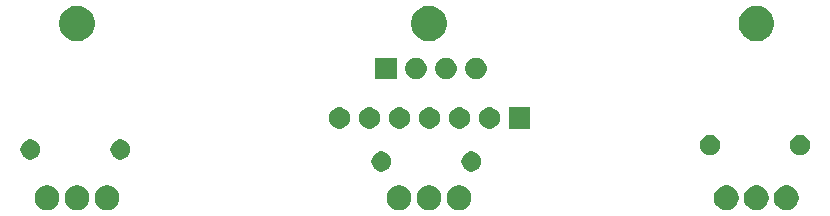
<source format=gbr>
G04 #@! TF.GenerationSoftware,KiCad,Pcbnew,5.1.5+dfsg1-2build2*
G04 #@! TF.CreationDate,2020-06-26T22:11:02+02:00*
G04 #@! TF.ProjectId,robo-car-front-shield,726f626f-2d63-4617-922d-66726f6e742d,rev?*
G04 #@! TF.SameCoordinates,Original*
G04 #@! TF.FileFunction,Soldermask,Bot*
G04 #@! TF.FilePolarity,Negative*
%FSLAX46Y46*%
G04 Gerber Fmt 4.6, Leading zero omitted, Abs format (unit mm)*
G04 Created by KiCad (PCBNEW 5.1.5+dfsg1-2build2) date 2020-06-26 22:11:02*
%MOMM*%
%LPD*%
G04 APERTURE LIST*
%ADD10C,0.100000*%
G04 APERTURE END LIST*
D10*
G36*
X68585564Y-20432389D02*
G01*
X68776833Y-20511615D01*
X68776835Y-20511616D01*
X68948973Y-20626635D01*
X69095365Y-20773027D01*
X69210385Y-20945167D01*
X69289611Y-21136436D01*
X69330000Y-21339484D01*
X69330000Y-21546516D01*
X69289611Y-21749564D01*
X69210385Y-21940833D01*
X69210384Y-21940835D01*
X69095365Y-22112973D01*
X68948973Y-22259365D01*
X68776835Y-22374384D01*
X68776834Y-22374385D01*
X68776833Y-22374385D01*
X68585564Y-22453611D01*
X68382516Y-22494000D01*
X68175484Y-22494000D01*
X67972436Y-22453611D01*
X67781167Y-22374385D01*
X67781166Y-22374385D01*
X67781165Y-22374384D01*
X67609027Y-22259365D01*
X67462635Y-22112973D01*
X67347616Y-21940835D01*
X67347615Y-21940833D01*
X67268389Y-21749564D01*
X67228000Y-21546516D01*
X67228000Y-21339484D01*
X67268389Y-21136436D01*
X67347615Y-20945167D01*
X67462635Y-20773027D01*
X67609027Y-20626635D01*
X67781165Y-20511616D01*
X67781167Y-20511615D01*
X67972436Y-20432389D01*
X68175484Y-20392000D01*
X68382516Y-20392000D01*
X68585564Y-20432389D01*
G37*
G36*
X73665564Y-20432389D02*
G01*
X73856833Y-20511615D01*
X73856835Y-20511616D01*
X74028973Y-20626635D01*
X74175365Y-20773027D01*
X74290385Y-20945167D01*
X74369611Y-21136436D01*
X74410000Y-21339484D01*
X74410000Y-21546516D01*
X74369611Y-21749564D01*
X74290385Y-21940833D01*
X74290384Y-21940835D01*
X74175365Y-22112973D01*
X74028973Y-22259365D01*
X73856835Y-22374384D01*
X73856834Y-22374385D01*
X73856833Y-22374385D01*
X73665564Y-22453611D01*
X73462516Y-22494000D01*
X73255484Y-22494000D01*
X73052436Y-22453611D01*
X72861167Y-22374385D01*
X72861166Y-22374385D01*
X72861165Y-22374384D01*
X72689027Y-22259365D01*
X72542635Y-22112973D01*
X72427616Y-21940835D01*
X72427615Y-21940833D01*
X72348389Y-21749564D01*
X72308000Y-21546516D01*
X72308000Y-21339484D01*
X72348389Y-21136436D01*
X72427615Y-20945167D01*
X72542635Y-20773027D01*
X72689027Y-20626635D01*
X72861165Y-20511616D01*
X72861167Y-20511615D01*
X73052436Y-20432389D01*
X73255484Y-20392000D01*
X73462516Y-20392000D01*
X73665564Y-20432389D01*
G37*
G36*
X40862564Y-20432389D02*
G01*
X41053833Y-20511615D01*
X41053835Y-20511616D01*
X41225973Y-20626635D01*
X41372365Y-20773027D01*
X41487385Y-20945167D01*
X41566611Y-21136436D01*
X41607000Y-21339484D01*
X41607000Y-21546516D01*
X41566611Y-21749564D01*
X41487385Y-21940833D01*
X41487384Y-21940835D01*
X41372365Y-22112973D01*
X41225973Y-22259365D01*
X41053835Y-22374384D01*
X41053834Y-22374385D01*
X41053833Y-22374385D01*
X40862564Y-22453611D01*
X40659516Y-22494000D01*
X40452484Y-22494000D01*
X40249436Y-22453611D01*
X40058167Y-22374385D01*
X40058166Y-22374385D01*
X40058165Y-22374384D01*
X39886027Y-22259365D01*
X39739635Y-22112973D01*
X39624616Y-21940835D01*
X39624615Y-21940833D01*
X39545389Y-21749564D01*
X39505000Y-21546516D01*
X39505000Y-21339484D01*
X39545389Y-21136436D01*
X39624615Y-20945167D01*
X39739635Y-20773027D01*
X39886027Y-20626635D01*
X40058165Y-20511616D01*
X40058167Y-20511615D01*
X40249436Y-20432389D01*
X40452484Y-20392000D01*
X40659516Y-20392000D01*
X40862564Y-20432389D01*
G37*
G36*
X43402564Y-20432389D02*
G01*
X43593833Y-20511615D01*
X43593835Y-20511616D01*
X43765973Y-20626635D01*
X43912365Y-20773027D01*
X44027385Y-20945167D01*
X44106611Y-21136436D01*
X44147000Y-21339484D01*
X44147000Y-21546516D01*
X44106611Y-21749564D01*
X44027385Y-21940833D01*
X44027384Y-21940835D01*
X43912365Y-22112973D01*
X43765973Y-22259365D01*
X43593835Y-22374384D01*
X43593834Y-22374385D01*
X43593833Y-22374385D01*
X43402564Y-22453611D01*
X43199516Y-22494000D01*
X42992484Y-22494000D01*
X42789436Y-22453611D01*
X42598167Y-22374385D01*
X42598166Y-22374385D01*
X42598165Y-22374384D01*
X42426027Y-22259365D01*
X42279635Y-22112973D01*
X42164616Y-21940835D01*
X42164615Y-21940833D01*
X42085389Y-21749564D01*
X42045000Y-21546516D01*
X42045000Y-21339484D01*
X42085389Y-21136436D01*
X42164615Y-20945167D01*
X42279635Y-20773027D01*
X42426027Y-20626635D01*
X42598165Y-20511616D01*
X42598167Y-20511615D01*
X42789436Y-20432389D01*
X42992484Y-20392000D01*
X43199516Y-20392000D01*
X43402564Y-20432389D01*
G37*
G36*
X45942564Y-20432389D02*
G01*
X46133833Y-20511615D01*
X46133835Y-20511616D01*
X46305973Y-20626635D01*
X46452365Y-20773027D01*
X46567385Y-20945167D01*
X46646611Y-21136436D01*
X46687000Y-21339484D01*
X46687000Y-21546516D01*
X46646611Y-21749564D01*
X46567385Y-21940833D01*
X46567384Y-21940835D01*
X46452365Y-22112973D01*
X46305973Y-22259365D01*
X46133835Y-22374384D01*
X46133834Y-22374385D01*
X46133833Y-22374385D01*
X45942564Y-22453611D01*
X45739516Y-22494000D01*
X45532484Y-22494000D01*
X45329436Y-22453611D01*
X45138167Y-22374385D01*
X45138166Y-22374385D01*
X45138165Y-22374384D01*
X44966027Y-22259365D01*
X44819635Y-22112973D01*
X44704616Y-21940835D01*
X44704615Y-21940833D01*
X44625389Y-21749564D01*
X44585000Y-21546516D01*
X44585000Y-21339484D01*
X44625389Y-21136436D01*
X44704615Y-20945167D01*
X44819635Y-20773027D01*
X44966027Y-20626635D01*
X45138165Y-20511616D01*
X45138167Y-20511615D01*
X45329436Y-20432389D01*
X45532484Y-20392000D01*
X45739516Y-20392000D01*
X45942564Y-20432389D01*
G37*
G36*
X16134564Y-20432389D02*
G01*
X16325833Y-20511615D01*
X16325835Y-20511616D01*
X16497973Y-20626635D01*
X16644365Y-20773027D01*
X16759385Y-20945167D01*
X16838611Y-21136436D01*
X16879000Y-21339484D01*
X16879000Y-21546516D01*
X16838611Y-21749564D01*
X16759385Y-21940833D01*
X16759384Y-21940835D01*
X16644365Y-22112973D01*
X16497973Y-22259365D01*
X16325835Y-22374384D01*
X16325834Y-22374385D01*
X16325833Y-22374385D01*
X16134564Y-22453611D01*
X15931516Y-22494000D01*
X15724484Y-22494000D01*
X15521436Y-22453611D01*
X15330167Y-22374385D01*
X15330166Y-22374385D01*
X15330165Y-22374384D01*
X15158027Y-22259365D01*
X15011635Y-22112973D01*
X14896616Y-21940835D01*
X14896615Y-21940833D01*
X14817389Y-21749564D01*
X14777000Y-21546516D01*
X14777000Y-21339484D01*
X14817389Y-21136436D01*
X14896615Y-20945167D01*
X15011635Y-20773027D01*
X15158027Y-20626635D01*
X15330165Y-20511616D01*
X15330167Y-20511615D01*
X15521436Y-20432389D01*
X15724484Y-20392000D01*
X15931516Y-20392000D01*
X16134564Y-20432389D01*
G37*
G36*
X13594564Y-20432389D02*
G01*
X13785833Y-20511615D01*
X13785835Y-20511616D01*
X13957973Y-20626635D01*
X14104365Y-20773027D01*
X14219385Y-20945167D01*
X14298611Y-21136436D01*
X14339000Y-21339484D01*
X14339000Y-21546516D01*
X14298611Y-21749564D01*
X14219385Y-21940833D01*
X14219384Y-21940835D01*
X14104365Y-22112973D01*
X13957973Y-22259365D01*
X13785835Y-22374384D01*
X13785834Y-22374385D01*
X13785833Y-22374385D01*
X13594564Y-22453611D01*
X13391516Y-22494000D01*
X13184484Y-22494000D01*
X12981436Y-22453611D01*
X12790167Y-22374385D01*
X12790166Y-22374385D01*
X12790165Y-22374384D01*
X12618027Y-22259365D01*
X12471635Y-22112973D01*
X12356616Y-21940835D01*
X12356615Y-21940833D01*
X12277389Y-21749564D01*
X12237000Y-21546516D01*
X12237000Y-21339484D01*
X12277389Y-21136436D01*
X12356615Y-20945167D01*
X12471635Y-20773027D01*
X12618027Y-20626635D01*
X12790165Y-20511616D01*
X12790167Y-20511615D01*
X12981436Y-20432389D01*
X13184484Y-20392000D01*
X13391516Y-20392000D01*
X13594564Y-20432389D01*
G37*
G36*
X11054564Y-20432389D02*
G01*
X11245833Y-20511615D01*
X11245835Y-20511616D01*
X11417973Y-20626635D01*
X11564365Y-20773027D01*
X11679385Y-20945167D01*
X11758611Y-21136436D01*
X11799000Y-21339484D01*
X11799000Y-21546516D01*
X11758611Y-21749564D01*
X11679385Y-21940833D01*
X11679384Y-21940835D01*
X11564365Y-22112973D01*
X11417973Y-22259365D01*
X11245835Y-22374384D01*
X11245834Y-22374385D01*
X11245833Y-22374385D01*
X11054564Y-22453611D01*
X10851516Y-22494000D01*
X10644484Y-22494000D01*
X10441436Y-22453611D01*
X10250167Y-22374385D01*
X10250166Y-22374385D01*
X10250165Y-22374384D01*
X10078027Y-22259365D01*
X9931635Y-22112973D01*
X9816616Y-21940835D01*
X9816615Y-21940833D01*
X9737389Y-21749564D01*
X9697000Y-21546516D01*
X9697000Y-21339484D01*
X9737389Y-21136436D01*
X9816615Y-20945167D01*
X9931635Y-20773027D01*
X10078027Y-20626635D01*
X10250165Y-20511616D01*
X10250167Y-20511615D01*
X10441436Y-20432389D01*
X10644484Y-20392000D01*
X10851516Y-20392000D01*
X11054564Y-20432389D01*
G37*
G36*
X71125564Y-20432389D02*
G01*
X71316833Y-20511615D01*
X71316835Y-20511616D01*
X71488973Y-20626635D01*
X71635365Y-20773027D01*
X71750385Y-20945167D01*
X71829611Y-21136436D01*
X71870000Y-21339484D01*
X71870000Y-21546516D01*
X71829611Y-21749564D01*
X71750385Y-21940833D01*
X71750384Y-21940835D01*
X71635365Y-22112973D01*
X71488973Y-22259365D01*
X71316835Y-22374384D01*
X71316834Y-22374385D01*
X71316833Y-22374385D01*
X71125564Y-22453611D01*
X70922516Y-22494000D01*
X70715484Y-22494000D01*
X70512436Y-22453611D01*
X70321167Y-22374385D01*
X70321166Y-22374385D01*
X70321165Y-22374384D01*
X70149027Y-22259365D01*
X70002635Y-22112973D01*
X69887616Y-21940835D01*
X69887615Y-21940833D01*
X69808389Y-21749564D01*
X69768000Y-21546516D01*
X69768000Y-21339484D01*
X69808389Y-21136436D01*
X69887615Y-20945167D01*
X70002635Y-20773027D01*
X70149027Y-20626635D01*
X70321165Y-20511616D01*
X70321167Y-20511615D01*
X70512436Y-20432389D01*
X70715484Y-20392000D01*
X70922516Y-20392000D01*
X71125564Y-20432389D01*
G37*
G36*
X39317228Y-17544703D02*
G01*
X39472100Y-17608853D01*
X39611481Y-17701985D01*
X39730015Y-17820519D01*
X39823147Y-17959900D01*
X39887297Y-18114772D01*
X39920000Y-18279184D01*
X39920000Y-18446816D01*
X39887297Y-18611228D01*
X39823147Y-18766100D01*
X39730015Y-18905481D01*
X39611481Y-19024015D01*
X39472100Y-19117147D01*
X39317228Y-19181297D01*
X39152816Y-19214000D01*
X38985184Y-19214000D01*
X38820772Y-19181297D01*
X38665900Y-19117147D01*
X38526519Y-19024015D01*
X38407985Y-18905481D01*
X38314853Y-18766100D01*
X38250703Y-18611228D01*
X38218000Y-18446816D01*
X38218000Y-18279184D01*
X38250703Y-18114772D01*
X38314853Y-17959900D01*
X38407985Y-17820519D01*
X38526519Y-17701985D01*
X38665900Y-17608853D01*
X38820772Y-17544703D01*
X38985184Y-17512000D01*
X39152816Y-17512000D01*
X39317228Y-17544703D01*
G37*
G36*
X46937228Y-17544703D02*
G01*
X47092100Y-17608853D01*
X47231481Y-17701985D01*
X47350015Y-17820519D01*
X47443147Y-17959900D01*
X47507297Y-18114772D01*
X47540000Y-18279184D01*
X47540000Y-18446816D01*
X47507297Y-18611228D01*
X47443147Y-18766100D01*
X47350015Y-18905481D01*
X47231481Y-19024015D01*
X47092100Y-19117147D01*
X46937228Y-19181297D01*
X46772816Y-19214000D01*
X46605184Y-19214000D01*
X46440772Y-19181297D01*
X46285900Y-19117147D01*
X46146519Y-19024015D01*
X46027985Y-18905481D01*
X45934853Y-18766100D01*
X45870703Y-18611228D01*
X45838000Y-18446816D01*
X45838000Y-18279184D01*
X45870703Y-18114772D01*
X45934853Y-17959900D01*
X46027985Y-17820519D01*
X46146519Y-17701985D01*
X46285900Y-17608853D01*
X46440772Y-17544703D01*
X46605184Y-17512000D01*
X46772816Y-17512000D01*
X46937228Y-17544703D01*
G37*
G36*
X17219228Y-16528703D02*
G01*
X17374100Y-16592853D01*
X17513481Y-16685985D01*
X17632015Y-16804519D01*
X17725147Y-16943900D01*
X17789297Y-17098772D01*
X17822000Y-17263184D01*
X17822000Y-17430816D01*
X17789297Y-17595228D01*
X17725147Y-17750100D01*
X17632015Y-17889481D01*
X17513481Y-18008015D01*
X17374100Y-18101147D01*
X17219228Y-18165297D01*
X17054816Y-18198000D01*
X16887184Y-18198000D01*
X16722772Y-18165297D01*
X16567900Y-18101147D01*
X16428519Y-18008015D01*
X16309985Y-17889481D01*
X16216853Y-17750100D01*
X16152703Y-17595228D01*
X16120000Y-17430816D01*
X16120000Y-17263184D01*
X16152703Y-17098772D01*
X16216853Y-16943900D01*
X16309985Y-16804519D01*
X16428519Y-16685985D01*
X16567900Y-16592853D01*
X16722772Y-16528703D01*
X16887184Y-16496000D01*
X17054816Y-16496000D01*
X17219228Y-16528703D01*
G37*
G36*
X9599228Y-16528703D02*
G01*
X9754100Y-16592853D01*
X9893481Y-16685985D01*
X10012015Y-16804519D01*
X10105147Y-16943900D01*
X10169297Y-17098772D01*
X10202000Y-17263184D01*
X10202000Y-17430816D01*
X10169297Y-17595228D01*
X10105147Y-17750100D01*
X10012015Y-17889481D01*
X9893481Y-18008015D01*
X9754100Y-18101147D01*
X9599228Y-18165297D01*
X9434816Y-18198000D01*
X9267184Y-18198000D01*
X9102772Y-18165297D01*
X8947900Y-18101147D01*
X8808519Y-18008015D01*
X8689985Y-17889481D01*
X8596853Y-17750100D01*
X8532703Y-17595228D01*
X8500000Y-17430816D01*
X8500000Y-17263184D01*
X8532703Y-17098772D01*
X8596853Y-16943900D01*
X8689985Y-16804519D01*
X8808519Y-16685985D01*
X8947900Y-16592853D01*
X9102772Y-16528703D01*
X9267184Y-16496000D01*
X9434816Y-16496000D01*
X9599228Y-16528703D01*
G37*
G36*
X67130228Y-16147703D02*
G01*
X67285100Y-16211853D01*
X67424481Y-16304985D01*
X67543015Y-16423519D01*
X67636147Y-16562900D01*
X67700297Y-16717772D01*
X67733000Y-16882184D01*
X67733000Y-17049816D01*
X67700297Y-17214228D01*
X67636147Y-17369100D01*
X67543015Y-17508481D01*
X67424481Y-17627015D01*
X67285100Y-17720147D01*
X67130228Y-17784297D01*
X66965816Y-17817000D01*
X66798184Y-17817000D01*
X66633772Y-17784297D01*
X66478900Y-17720147D01*
X66339519Y-17627015D01*
X66220985Y-17508481D01*
X66127853Y-17369100D01*
X66063703Y-17214228D01*
X66031000Y-17049816D01*
X66031000Y-16882184D01*
X66063703Y-16717772D01*
X66127853Y-16562900D01*
X66220985Y-16423519D01*
X66339519Y-16304985D01*
X66478900Y-16211853D01*
X66633772Y-16147703D01*
X66798184Y-16115000D01*
X66965816Y-16115000D01*
X67130228Y-16147703D01*
G37*
G36*
X74750228Y-16147703D02*
G01*
X74905100Y-16211853D01*
X75044481Y-16304985D01*
X75163015Y-16423519D01*
X75256147Y-16562900D01*
X75320297Y-16717772D01*
X75353000Y-16882184D01*
X75353000Y-17049816D01*
X75320297Y-17214228D01*
X75256147Y-17369100D01*
X75163015Y-17508481D01*
X75044481Y-17627015D01*
X74905100Y-17720147D01*
X74750228Y-17784297D01*
X74585816Y-17817000D01*
X74418184Y-17817000D01*
X74253772Y-17784297D01*
X74098900Y-17720147D01*
X73959519Y-17627015D01*
X73840985Y-17508481D01*
X73747853Y-17369100D01*
X73683703Y-17214228D01*
X73651000Y-17049816D01*
X73651000Y-16882184D01*
X73683703Y-16717772D01*
X73747853Y-16562900D01*
X73840985Y-16423519D01*
X73959519Y-16304985D01*
X74098900Y-16211853D01*
X74253772Y-16147703D01*
X74418184Y-16115000D01*
X74585816Y-16115000D01*
X74750228Y-16147703D01*
G37*
G36*
X40706512Y-13783927D02*
G01*
X40855812Y-13813624D01*
X41019784Y-13881544D01*
X41167354Y-13980147D01*
X41292853Y-14105646D01*
X41391456Y-14253216D01*
X41459376Y-14417188D01*
X41494000Y-14591259D01*
X41494000Y-14768741D01*
X41459376Y-14942812D01*
X41391456Y-15106784D01*
X41292853Y-15254354D01*
X41167354Y-15379853D01*
X41019784Y-15478456D01*
X40855812Y-15546376D01*
X40706512Y-15576073D01*
X40681742Y-15581000D01*
X40504258Y-15581000D01*
X40479488Y-15576073D01*
X40330188Y-15546376D01*
X40166216Y-15478456D01*
X40018646Y-15379853D01*
X39893147Y-15254354D01*
X39794544Y-15106784D01*
X39726624Y-14942812D01*
X39692000Y-14768741D01*
X39692000Y-14591259D01*
X39726624Y-14417188D01*
X39794544Y-14253216D01*
X39893147Y-14105646D01*
X40018646Y-13980147D01*
X40166216Y-13881544D01*
X40330188Y-13813624D01*
X40479488Y-13783927D01*
X40504258Y-13779000D01*
X40681742Y-13779000D01*
X40706512Y-13783927D01*
G37*
G36*
X51654000Y-15581000D02*
G01*
X49852000Y-15581000D01*
X49852000Y-13779000D01*
X51654000Y-13779000D01*
X51654000Y-15581000D01*
G37*
G36*
X48326512Y-13783927D02*
G01*
X48475812Y-13813624D01*
X48639784Y-13881544D01*
X48787354Y-13980147D01*
X48912853Y-14105646D01*
X49011456Y-14253216D01*
X49079376Y-14417188D01*
X49114000Y-14591259D01*
X49114000Y-14768741D01*
X49079376Y-14942812D01*
X49011456Y-15106784D01*
X48912853Y-15254354D01*
X48787354Y-15379853D01*
X48639784Y-15478456D01*
X48475812Y-15546376D01*
X48326512Y-15576073D01*
X48301742Y-15581000D01*
X48124258Y-15581000D01*
X48099488Y-15576073D01*
X47950188Y-15546376D01*
X47786216Y-15478456D01*
X47638646Y-15379853D01*
X47513147Y-15254354D01*
X47414544Y-15106784D01*
X47346624Y-14942812D01*
X47312000Y-14768741D01*
X47312000Y-14591259D01*
X47346624Y-14417188D01*
X47414544Y-14253216D01*
X47513147Y-14105646D01*
X47638646Y-13980147D01*
X47786216Y-13881544D01*
X47950188Y-13813624D01*
X48099488Y-13783927D01*
X48124258Y-13779000D01*
X48301742Y-13779000D01*
X48326512Y-13783927D01*
G37*
G36*
X45786512Y-13783927D02*
G01*
X45935812Y-13813624D01*
X46099784Y-13881544D01*
X46247354Y-13980147D01*
X46372853Y-14105646D01*
X46471456Y-14253216D01*
X46539376Y-14417188D01*
X46574000Y-14591259D01*
X46574000Y-14768741D01*
X46539376Y-14942812D01*
X46471456Y-15106784D01*
X46372853Y-15254354D01*
X46247354Y-15379853D01*
X46099784Y-15478456D01*
X45935812Y-15546376D01*
X45786512Y-15576073D01*
X45761742Y-15581000D01*
X45584258Y-15581000D01*
X45559488Y-15576073D01*
X45410188Y-15546376D01*
X45246216Y-15478456D01*
X45098646Y-15379853D01*
X44973147Y-15254354D01*
X44874544Y-15106784D01*
X44806624Y-14942812D01*
X44772000Y-14768741D01*
X44772000Y-14591259D01*
X44806624Y-14417188D01*
X44874544Y-14253216D01*
X44973147Y-14105646D01*
X45098646Y-13980147D01*
X45246216Y-13881544D01*
X45410188Y-13813624D01*
X45559488Y-13783927D01*
X45584258Y-13779000D01*
X45761742Y-13779000D01*
X45786512Y-13783927D01*
G37*
G36*
X43246512Y-13783927D02*
G01*
X43395812Y-13813624D01*
X43559784Y-13881544D01*
X43707354Y-13980147D01*
X43832853Y-14105646D01*
X43931456Y-14253216D01*
X43999376Y-14417188D01*
X44034000Y-14591259D01*
X44034000Y-14768741D01*
X43999376Y-14942812D01*
X43931456Y-15106784D01*
X43832853Y-15254354D01*
X43707354Y-15379853D01*
X43559784Y-15478456D01*
X43395812Y-15546376D01*
X43246512Y-15576073D01*
X43221742Y-15581000D01*
X43044258Y-15581000D01*
X43019488Y-15576073D01*
X42870188Y-15546376D01*
X42706216Y-15478456D01*
X42558646Y-15379853D01*
X42433147Y-15254354D01*
X42334544Y-15106784D01*
X42266624Y-14942812D01*
X42232000Y-14768741D01*
X42232000Y-14591259D01*
X42266624Y-14417188D01*
X42334544Y-14253216D01*
X42433147Y-14105646D01*
X42558646Y-13980147D01*
X42706216Y-13881544D01*
X42870188Y-13813624D01*
X43019488Y-13783927D01*
X43044258Y-13779000D01*
X43221742Y-13779000D01*
X43246512Y-13783927D01*
G37*
G36*
X38166512Y-13783927D02*
G01*
X38315812Y-13813624D01*
X38479784Y-13881544D01*
X38627354Y-13980147D01*
X38752853Y-14105646D01*
X38851456Y-14253216D01*
X38919376Y-14417188D01*
X38954000Y-14591259D01*
X38954000Y-14768741D01*
X38919376Y-14942812D01*
X38851456Y-15106784D01*
X38752853Y-15254354D01*
X38627354Y-15379853D01*
X38479784Y-15478456D01*
X38315812Y-15546376D01*
X38166512Y-15576073D01*
X38141742Y-15581000D01*
X37964258Y-15581000D01*
X37939488Y-15576073D01*
X37790188Y-15546376D01*
X37626216Y-15478456D01*
X37478646Y-15379853D01*
X37353147Y-15254354D01*
X37254544Y-15106784D01*
X37186624Y-14942812D01*
X37152000Y-14768741D01*
X37152000Y-14591259D01*
X37186624Y-14417188D01*
X37254544Y-14253216D01*
X37353147Y-14105646D01*
X37478646Y-13980147D01*
X37626216Y-13881544D01*
X37790188Y-13813624D01*
X37939488Y-13783927D01*
X37964258Y-13779000D01*
X38141742Y-13779000D01*
X38166512Y-13783927D01*
G37*
G36*
X35626512Y-13783927D02*
G01*
X35775812Y-13813624D01*
X35939784Y-13881544D01*
X36087354Y-13980147D01*
X36212853Y-14105646D01*
X36311456Y-14253216D01*
X36379376Y-14417188D01*
X36414000Y-14591259D01*
X36414000Y-14768741D01*
X36379376Y-14942812D01*
X36311456Y-15106784D01*
X36212853Y-15254354D01*
X36087354Y-15379853D01*
X35939784Y-15478456D01*
X35775812Y-15546376D01*
X35626512Y-15576073D01*
X35601742Y-15581000D01*
X35424258Y-15581000D01*
X35399488Y-15576073D01*
X35250188Y-15546376D01*
X35086216Y-15478456D01*
X34938646Y-15379853D01*
X34813147Y-15254354D01*
X34714544Y-15106784D01*
X34646624Y-14942812D01*
X34612000Y-14768741D01*
X34612000Y-14591259D01*
X34646624Y-14417188D01*
X34714544Y-14253216D01*
X34813147Y-14105646D01*
X34938646Y-13980147D01*
X35086216Y-13881544D01*
X35250188Y-13813624D01*
X35399488Y-13783927D01*
X35424258Y-13779000D01*
X35601742Y-13779000D01*
X35626512Y-13783927D01*
G37*
G36*
X40351000Y-11390000D02*
G01*
X38549000Y-11390000D01*
X38549000Y-9588000D01*
X40351000Y-9588000D01*
X40351000Y-11390000D01*
G37*
G36*
X47183512Y-9592927D02*
G01*
X47332812Y-9622624D01*
X47496784Y-9690544D01*
X47644354Y-9789147D01*
X47769853Y-9914646D01*
X47868456Y-10062216D01*
X47936376Y-10226188D01*
X47971000Y-10400259D01*
X47971000Y-10577741D01*
X47936376Y-10751812D01*
X47868456Y-10915784D01*
X47769853Y-11063354D01*
X47644354Y-11188853D01*
X47496784Y-11287456D01*
X47332812Y-11355376D01*
X47183512Y-11385073D01*
X47158742Y-11390000D01*
X46981258Y-11390000D01*
X46956488Y-11385073D01*
X46807188Y-11355376D01*
X46643216Y-11287456D01*
X46495646Y-11188853D01*
X46370147Y-11063354D01*
X46271544Y-10915784D01*
X46203624Y-10751812D01*
X46169000Y-10577741D01*
X46169000Y-10400259D01*
X46203624Y-10226188D01*
X46271544Y-10062216D01*
X46370147Y-9914646D01*
X46495646Y-9789147D01*
X46643216Y-9690544D01*
X46807188Y-9622624D01*
X46956488Y-9592927D01*
X46981258Y-9588000D01*
X47158742Y-9588000D01*
X47183512Y-9592927D01*
G37*
G36*
X44643512Y-9592927D02*
G01*
X44792812Y-9622624D01*
X44956784Y-9690544D01*
X45104354Y-9789147D01*
X45229853Y-9914646D01*
X45328456Y-10062216D01*
X45396376Y-10226188D01*
X45431000Y-10400259D01*
X45431000Y-10577741D01*
X45396376Y-10751812D01*
X45328456Y-10915784D01*
X45229853Y-11063354D01*
X45104354Y-11188853D01*
X44956784Y-11287456D01*
X44792812Y-11355376D01*
X44643512Y-11385073D01*
X44618742Y-11390000D01*
X44441258Y-11390000D01*
X44416488Y-11385073D01*
X44267188Y-11355376D01*
X44103216Y-11287456D01*
X43955646Y-11188853D01*
X43830147Y-11063354D01*
X43731544Y-10915784D01*
X43663624Y-10751812D01*
X43629000Y-10577741D01*
X43629000Y-10400259D01*
X43663624Y-10226188D01*
X43731544Y-10062216D01*
X43830147Y-9914646D01*
X43955646Y-9789147D01*
X44103216Y-9690544D01*
X44267188Y-9622624D01*
X44416488Y-9592927D01*
X44441258Y-9588000D01*
X44618742Y-9588000D01*
X44643512Y-9592927D01*
G37*
G36*
X42103512Y-9592927D02*
G01*
X42252812Y-9622624D01*
X42416784Y-9690544D01*
X42564354Y-9789147D01*
X42689853Y-9914646D01*
X42788456Y-10062216D01*
X42856376Y-10226188D01*
X42891000Y-10400259D01*
X42891000Y-10577741D01*
X42856376Y-10751812D01*
X42788456Y-10915784D01*
X42689853Y-11063354D01*
X42564354Y-11188853D01*
X42416784Y-11287456D01*
X42252812Y-11355376D01*
X42103512Y-11385073D01*
X42078742Y-11390000D01*
X41901258Y-11390000D01*
X41876488Y-11385073D01*
X41727188Y-11355376D01*
X41563216Y-11287456D01*
X41415646Y-11188853D01*
X41290147Y-11063354D01*
X41191544Y-10915784D01*
X41123624Y-10751812D01*
X41089000Y-10577741D01*
X41089000Y-10400259D01*
X41123624Y-10226188D01*
X41191544Y-10062216D01*
X41290147Y-9914646D01*
X41415646Y-9789147D01*
X41563216Y-9690544D01*
X41727188Y-9622624D01*
X41876488Y-9592927D01*
X41901258Y-9588000D01*
X42078742Y-9588000D01*
X42103512Y-9592927D01*
G37*
G36*
X13580831Y-5206841D02*
G01*
X13725826Y-5235682D01*
X13838974Y-5282550D01*
X13998989Y-5348830D01*
X13998990Y-5348831D01*
X14244832Y-5513097D01*
X14453903Y-5722168D01*
X14453904Y-5722170D01*
X14618170Y-5968011D01*
X14731318Y-6241175D01*
X14789000Y-6531163D01*
X14789000Y-6826837D01*
X14731318Y-7116825D01*
X14618170Y-7389989D01*
X14618169Y-7389990D01*
X14453903Y-7635832D01*
X14244832Y-7844903D01*
X14121076Y-7927594D01*
X13998989Y-8009170D01*
X13838974Y-8075450D01*
X13725826Y-8122318D01*
X13580831Y-8151159D01*
X13435837Y-8180000D01*
X13140163Y-8180000D01*
X12995169Y-8151159D01*
X12850174Y-8122318D01*
X12737026Y-8075450D01*
X12577011Y-8009170D01*
X12454924Y-7927594D01*
X12331168Y-7844903D01*
X12122097Y-7635832D01*
X11957831Y-7389990D01*
X11957830Y-7389989D01*
X11844682Y-7116825D01*
X11787000Y-6826837D01*
X11787000Y-6531163D01*
X11844682Y-6241175D01*
X11957830Y-5968011D01*
X12122096Y-5722170D01*
X12122097Y-5722168D01*
X12331168Y-5513097D01*
X12577010Y-5348831D01*
X12577011Y-5348830D01*
X12737026Y-5282550D01*
X12850174Y-5235682D01*
X12995169Y-5206841D01*
X13140163Y-5178000D01*
X13435837Y-5178000D01*
X13580831Y-5206841D01*
G37*
G36*
X43388831Y-5206841D02*
G01*
X43533826Y-5235682D01*
X43646974Y-5282550D01*
X43806989Y-5348830D01*
X43806990Y-5348831D01*
X44052832Y-5513097D01*
X44261903Y-5722168D01*
X44261904Y-5722170D01*
X44426170Y-5968011D01*
X44539318Y-6241175D01*
X44597000Y-6531163D01*
X44597000Y-6826837D01*
X44539318Y-7116825D01*
X44426170Y-7389989D01*
X44426169Y-7389990D01*
X44261903Y-7635832D01*
X44052832Y-7844903D01*
X43929076Y-7927594D01*
X43806989Y-8009170D01*
X43646974Y-8075450D01*
X43533826Y-8122318D01*
X43388831Y-8151159D01*
X43243837Y-8180000D01*
X42948163Y-8180000D01*
X42803169Y-8151159D01*
X42658174Y-8122318D01*
X42545026Y-8075450D01*
X42385011Y-8009170D01*
X42262924Y-7927594D01*
X42139168Y-7844903D01*
X41930097Y-7635832D01*
X41765831Y-7389990D01*
X41765830Y-7389989D01*
X41652682Y-7116825D01*
X41595000Y-6826837D01*
X41595000Y-6531163D01*
X41652682Y-6241175D01*
X41765830Y-5968011D01*
X41930096Y-5722170D01*
X41930097Y-5722168D01*
X42139168Y-5513097D01*
X42385010Y-5348831D01*
X42385011Y-5348830D01*
X42545026Y-5282550D01*
X42658174Y-5235682D01*
X42803169Y-5206841D01*
X42948163Y-5178000D01*
X43243837Y-5178000D01*
X43388831Y-5206841D01*
G37*
G36*
X71111831Y-5206841D02*
G01*
X71256826Y-5235682D01*
X71369974Y-5282550D01*
X71529989Y-5348830D01*
X71529990Y-5348831D01*
X71775832Y-5513097D01*
X71984903Y-5722168D01*
X71984904Y-5722170D01*
X72149170Y-5968011D01*
X72262318Y-6241175D01*
X72320000Y-6531163D01*
X72320000Y-6826837D01*
X72262318Y-7116825D01*
X72149170Y-7389989D01*
X72149169Y-7389990D01*
X71984903Y-7635832D01*
X71775832Y-7844903D01*
X71652076Y-7927594D01*
X71529989Y-8009170D01*
X71369974Y-8075450D01*
X71256826Y-8122318D01*
X71111831Y-8151159D01*
X70966837Y-8180000D01*
X70671163Y-8180000D01*
X70526169Y-8151159D01*
X70381174Y-8122318D01*
X70268026Y-8075450D01*
X70108011Y-8009170D01*
X69985924Y-7927594D01*
X69862168Y-7844903D01*
X69653097Y-7635832D01*
X69488831Y-7389990D01*
X69488830Y-7389989D01*
X69375682Y-7116825D01*
X69318000Y-6826837D01*
X69318000Y-6531163D01*
X69375682Y-6241175D01*
X69488830Y-5968011D01*
X69653096Y-5722170D01*
X69653097Y-5722168D01*
X69862168Y-5513097D01*
X70108010Y-5348831D01*
X70108011Y-5348830D01*
X70268026Y-5282550D01*
X70381174Y-5235682D01*
X70526169Y-5206841D01*
X70671163Y-5178000D01*
X70966837Y-5178000D01*
X71111831Y-5206841D01*
G37*
M02*

</source>
